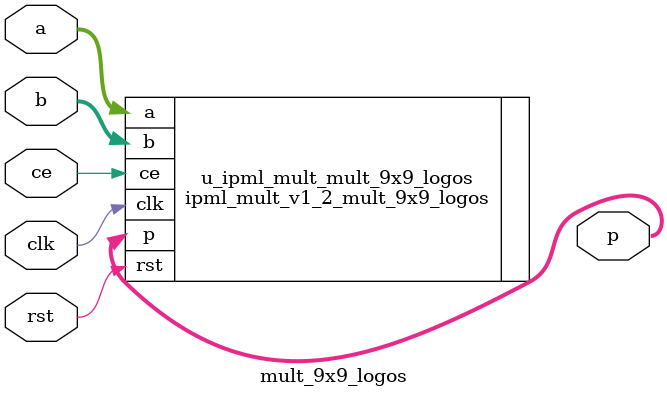
<source format=v>


module mult_9x9_logos
(
     ce  ,
     rst ,
     clk ,
     a   ,
     b   ,
     p
);



localparam ASIZE = 9 ; //@IPC int 2,72

localparam BSIZE = 9 ; //@IPC int 2,72

localparam A_SIGNED = 0 ; //@IPC enum 0,1

localparam B_SIGNED = 0 ; //@IPC enum 0,1

localparam ASYNC_RST = 1 ; //@IPC enum 0,1

localparam OPTIMAL_TIMING = 0 ; //@IPC enum 0,1

localparam INREG_EN = 0 ; //@IPC enum 0,1

localparam PIPEREG_EN_1 = 1 ; //@IPC enum 0,1

localparam PIPEREG_EN_2 = 0 ; //@IPC enum 0,1

localparam PIPEREG_EN_3 = 0 ; //@IPC enum 0,1

localparam OUTREG_EN = 0 ; //@IPC enum 0,1

//tmp variable for ipc purpose

localparam PIPE_STATUS = 1 ; //@IPC enum 0,1,2,3,4,5

localparam ASYNC_RST_BOOL = 1 ; //@IPC bool

localparam OPTIMAL_TIMING_BOOL = 0 ; //@IPC bool

//end of tmp variable
localparam  GRS_EN       = "FALSE"         ;

localparam  PSIZE = ASIZE + BSIZE          ;

input                 ce  ;
input                 rst ;
input                 clk ;
input  [ASIZE-1:0]    a   ;
input  [BSIZE-1:0]    b   ;
output [PSIZE-1:0]    p   ;

ipml_mult_v1_2_mult_9x9_logos
    #(
    .ASIZE           ( ASIZE            ),
    .BSIZE           ( BSIZE            ),
    .OPTIMAL_TIMING  ( OPTIMAL_TIMING   ),
    .INREG_EN        ( INREG_EN         ),
    .PIPEREG_EN_1    ( PIPEREG_EN_1     ),
    .PIPEREG_EN_2    ( PIPEREG_EN_2     ),
    .PIPEREG_EN_3    ( PIPEREG_EN_3     ),
    .OUTREG_EN       ( OUTREG_EN        ),
    .GRS_EN          ( GRS_EN           ),
    .A_SIGNED        ( A_SIGNED         ),
    .B_SIGNED        ( B_SIGNED         ),
    .ASYNC_RST       ( ASYNC_RST        )
    )u_ipml_mult_mult_9x9_logos
    (
    .ce              ( ce     ),
    .rst             ( rst    ),
    .clk             ( clk    ),
    .a               ( a      ),
    .b               ( b      ),
    .p               ( p      )
    );

endmodule


</source>
